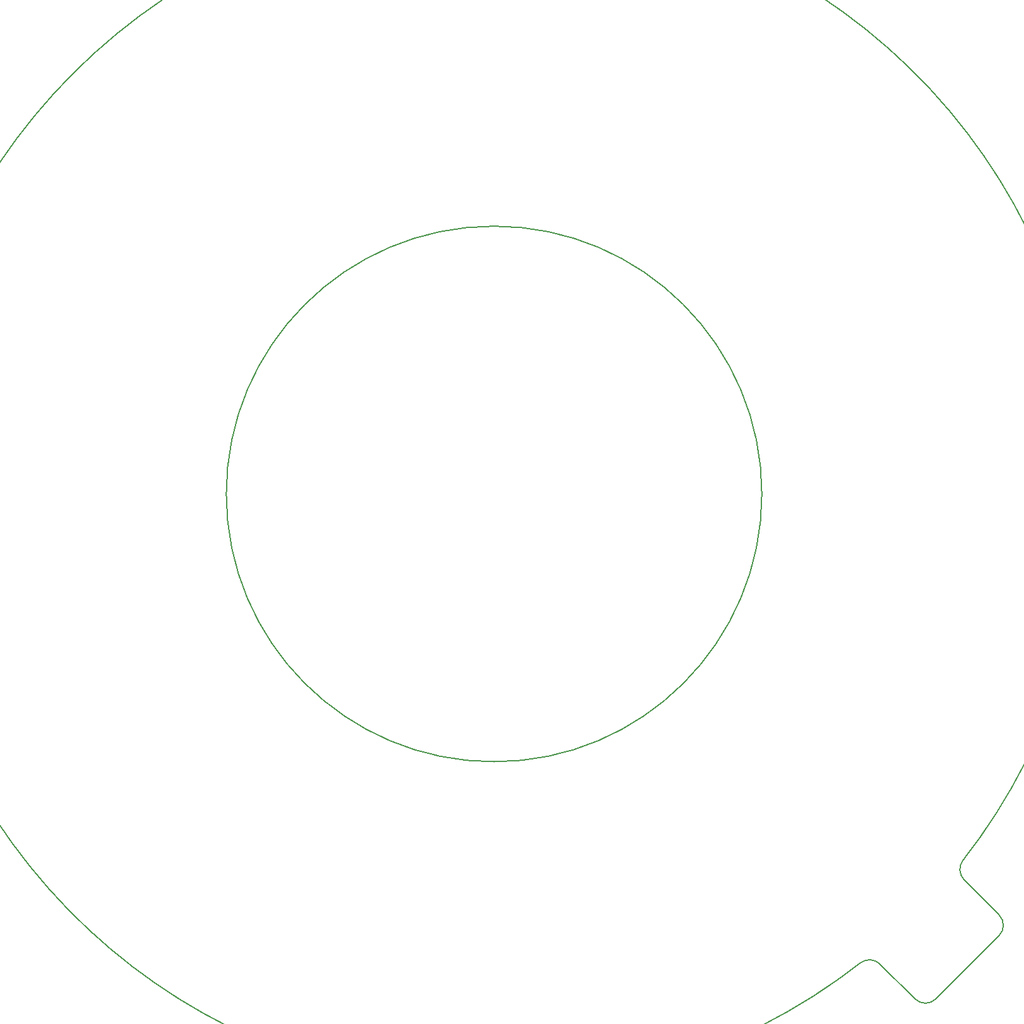
<source format=gbr>
%TF.GenerationSoftware,KiCad,Pcbnew,5.1.9-73d0e3b20d~88~ubuntu20.10.1*%
%TF.CreationDate,2021-06-02T15:00:00-07:00*%
%TF.ProjectId,72mm_id_4_row_168_led,37326d6d-5f69-4645-9f34-5f726f775f31,rev?*%
%TF.SameCoordinates,Original*%
%TF.FileFunction,Profile,NP*%
%FSLAX46Y46*%
G04 Gerber Fmt 4.6, Leading zero omitted, Abs format (unit mm)*
G04 Created by KiCad (PCBNEW 5.1.9-73d0e3b20d~88~ubuntu20.10.1) date 2021-06-02 15:00:00*
%MOMM*%
%LPD*%
G01*
G04 APERTURE LIST*
%TA.AperFunction,Profile*%
%ADD10C,0.200000*%
%TD*%
G04 APERTURE END LIST*
D10*
X167882250Y-156568543D02*
G75*
G02*
X167882250Y-159396969I-1414213J-1414213D01*
G01*
X167882250Y-159396969D02*
X163639610Y-163639610D01*
X167882250Y-156568542D02*
X163206832Y-151893124D01*
X159396969Y-167882251D02*
G75*
G02*
X156568542Y-167882250I-1414213J1414214D01*
G01*
X163639610Y-163639610D02*
X159396969Y-167882250D01*
X156568542Y-167882250D02*
X151893124Y-163206832D01*
X149247716Y-163044922D02*
G75*
G02*
X151893124Y-163206832I1231194J-1576124D01*
G01*
X149247718Y-163044923D02*
G75*
G02*
X163044923Y-149247717I-49247718J63044923D01*
G01*
X163206832Y-151893123D02*
G75*
G02*
X163044923Y-149247717I1414214J1414213D01*
G01*
X136000000Y-100000000D02*
G75*
G03*
X136000000Y-100000000I-36000000J0D01*
G01*
M02*

</source>
